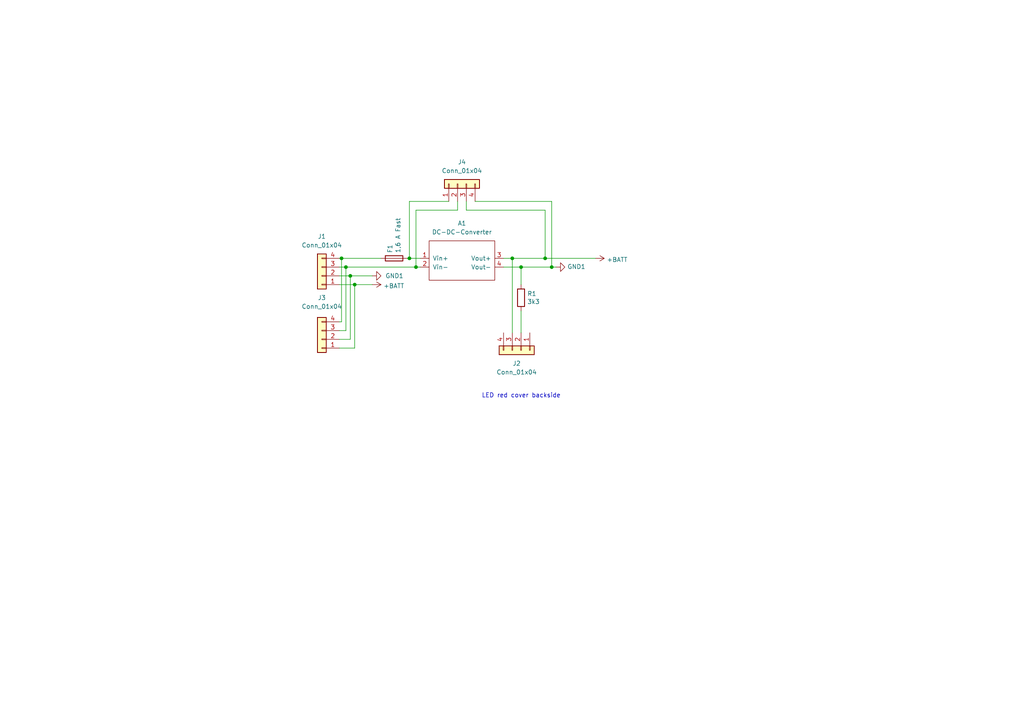
<source format=kicad_sch>
(kicad_sch (version 20211123) (generator eeschema)
  (paper "A4")
  (lib_symbols
    (symbol "Connector_Generic:Conn_01x04" (pin_names (offset 1.016) hide)
      (property "Reference" "J" (at 0 5.08 0))
      (property "Value" "Conn_01x04" (at 0 -7.62 0))
      (symbol "Conn_01x04_1_1"
        (rectangle (start -1.27 -4.953) (end 0 -5.207) (stroke (width 0.1524)))
        (rectangle (start -1.27 -2.413) (end 0 -2.667) (stroke (width 0.1524)))
        (rectangle (start -1.27 0.127) (end 0 -0.127) (stroke (width 0.1524)))
        (rectangle (start -1.27 2.667) (end 0 2.413) (stroke (width 0.1524)))
        (rectangle (start -1.27 3.81) (end 1.27 -6.35) (stroke (width 0.254)) (fill (type background)))
        (pin passive line (at -5.08 2.54 0) (length 3.81) (name "Pin_1") (number "1"))
        (pin passive line (at -5.08 0 0) (length 3.81) (name "Pin_2") (number "2"))
        (pin passive line (at -5.08 -2.54 0) (length 3.81) (name "Pin_3") (number "3"))
        (pin passive line (at -5.08 -5.08 0) (length 3.81) (name "Pin_4") (number "4"))
      )
    )
    (symbol "Device:Fuse" (pin_numbers hide) (pin_names (offset 0))
      (property "Reference" "F" (at 2.032 0 90))
      (property "Value" "Fuse" (at -1.905 0 90))
      (symbol "Fuse_0_1"
        (rectangle (start -0.762 -2.54) (end 0.762 2.54) (stroke (width 0.254)))
        (polyline (pts (xy 0 2.54) (xy 0 -2.54)))
      )
      (symbol "Fuse_1_1"
        (pin passive line (at 0 3.81 270) (length 1.27) (name "~") (number "1"))
        (pin passive line (at 0 -3.81 90) (length 1.27) (name "~") (number "2"))
      )
    )
    (symbol "Device:R" (pin_numbers hide) (pin_names (offset 0))
      (property "Reference" "R" (at 2.032 0 90))
      (property "Value" "R" (at 0 0 90))
      (symbol "R_0_1"
        (rectangle (start -1.016 -2.54) (end 1.016 2.54) (stroke (width 0.254)))
      )
      (symbol "R_1_1"
        (pin passive line (at 0 3.81 270) (length 1.27) (name "~") (number "1"))
        (pin passive line (at 0 -3.81 90) (length 1.27) (name "~") (number "2"))
      )
    )
    (symbol "ene9ba_library:Conn_01x04" (pin_names (offset 1.016) hide)
      (property "Reference" "J" (at 0 5.08 0))
      (property "Value" "Conn_01x04" (at 0 -7.62 0))
      (symbol "Conn_01x04_1_1"
        (rectangle (start -1.27 -4.953) (end 0 -5.207) (stroke (width 0.1524)))
        (rectangle (start -1.27 -2.413) (end 0 -2.667) (stroke (width 0.1524)))
        (rectangle (start -1.27 0.127) (end 0 -0.127) (stroke (width 0.1524)))
        (rectangle (start -1.27 2.667) (end 0 2.413) (stroke (width 0.1524)))
        (rectangle (start -1.27 3.81) (end 1.27 -6.35) (stroke (width 0.254)) (fill (type background)))
        (pin passive line (at -5.08 2.54 0) (length 3.81) (name "Pin_1") (number "1"))
        (pin passive line (at -5.08 0 0) (length 3.81) (name "Pin_2") (number "2"))
        (pin passive line (at -5.08 -2.54 0) (length 3.81) (name "Pin_3") (number "3"))
        (pin passive line (at -5.08 -5.08 0) (length 3.81) (name "Pin_4") (number "4"))
      )
    )
    (symbol "ene9ba_library:DC-DC-Wandler" (pin_names (offset 1.016))
      (property "Reference" "A" (at 1.27 2.54 0))
      (property "Value" "DC-DC-Wandler" (at 10.16 10.16 0))
      (symbol "DC-DC-Wandler_0_1"
        (rectangle (start 0 12.7) (end 19.05 1.27))
      )
      (symbol "DC-DC-Wandler_1_1"
        (pin power_in line (at -2.54 7.62 0) (length 2.54) (name "Vin+") (number "1"))
        (pin power_in line (at -2.54 5.08 0) (length 2.54) (name "Vin-") (number "2"))
        (pin power_out line (at 21.59 7.62 180) (length 2.54) (name "Vout+") (number "3"))
        (pin power_out line (at 21.59 5.08 180) (length 2.54) (name "Vout-") (number "4"))
      )
    )
    (symbol "power:+BATT" (power) (pin_names (offset 0))
      (property "Value" "+BATT" (at 0 3.556 0))
      (symbol "+BATT_0_1"
        (polyline (pts (xy -0.762 1.27) (xy 0 2.54)))
        (polyline (pts (xy 0 0) (xy 0 2.54)))
        (polyline (pts (xy 0 2.54) (xy 0.762 1.27)))
      )
      (symbol "+BATT_1_1"
        (pin power_in line (at 0 0 90) (length 0) hide (name "+BATT") (number "1"))
      )
    )
    (symbol "power:GND1" (power) (pin_names (offset 0))
      (property "Value" "GND1" (at 0 -3.81 0))
      (symbol "GND1_0_1"
        (polyline (pts (xy 0 0) (xy 0 -1.27) (xy 1.27 -1.27) (xy 0 -2.54) (xy -1.27 -1.27) (xy 0 -1.27)))
      )
      (symbol "GND1_1_1"
        (pin power_in line (at 0 0 270) (length 0) hide (name "GND1") (number "1"))
      )
    )
  )
  (junction (at 100.33 77.47))
  (junction (at 151.13 77.47))
  (junction (at 99.06 74.93))
  (junction (at 102.87 82.55))
  (junction (at 120.65 77.47))
  (junction (at 118.745 74.93))
  (junction (at 160.02 77.47))
  (junction (at 158.115 74.93))
  (junction (at 148.59 74.93))
  (junction (at 101.6 80.01))
  (wire (pts (xy 135.255 60.96) (xy 158.115 60.96)))
  (wire (pts (xy 130.175 58.42) (xy 118.745 58.42)))
  (wire (pts (xy 132.715 60.96) (xy 120.65 60.96)))
  (wire (pts (xy 160.02 58.42) (xy 160.02 77.47)))
  (wire (pts (xy 151.13 77.47) (xy 151.13 82.55)))
  (wire (pts (xy 118.11 74.93) (xy 118.745 74.93)))
  (wire (pts (xy 98.425 98.425) (xy 101.6 98.425)))
  (wire (pts (xy 148.59 74.93) (xy 158.115 74.93)))
  (wire (pts (xy 100.33 95.885) (xy 100.33 77.47)))
  (wire (pts (xy 98.425 100.965) (xy 102.87 100.965)))
  (wire (pts (xy 146.05 74.93) (xy 148.59 74.93)))
  (wire (pts (xy 98.425 95.885) (xy 100.33 95.885)))
  (wire (pts (xy 99.06 93.345) (xy 99.06 74.93)))
  (wire (pts (xy 120.65 77.47) (xy 121.92 77.47)))
  (wire (pts (xy 98.425 82.55) (xy 102.87 82.55)))
  (wire (pts (xy 100.33 77.47) (xy 120.65 77.47)))
  (wire (pts (xy 98.425 74.93) (xy 99.06 74.93)))
  (wire (pts (xy 132.715 58.42) (xy 132.715 60.96)))
  (wire (pts (xy 148.59 74.93) (xy 148.59 96.52)))
  (wire (pts (xy 99.06 74.93) (xy 110.49 74.93)))
  (wire (pts (xy 158.115 60.96) (xy 158.115 74.93)))
  (wire (pts (xy 135.255 58.42) (xy 135.255 60.96)))
  (wire (pts (xy 120.65 60.96) (xy 120.65 77.47)))
  (wire (pts (xy 98.425 80.01) (xy 101.6 80.01)))
  (wire (pts (xy 101.6 80.01) (xy 107.95 80.01)))
  (wire (pts (xy 102.87 82.55) (xy 107.95 82.55)))
  (wire (pts (xy 151.13 77.47) (xy 160.02 77.47)))
  (wire (pts (xy 158.115 74.93) (xy 172.72 74.93)))
  (wire (pts (xy 137.795 58.42) (xy 160.02 58.42)))
  (wire (pts (xy 101.6 98.425) (xy 101.6 80.01)))
  (wire (pts (xy 102.87 100.965) (xy 102.87 82.55)))
  (wire (pts (xy 151.13 90.17) (xy 151.13 96.52)))
  (wire (pts (xy 146.05 77.47) (xy 151.13 77.47)))
  (wire (pts (xy 118.745 74.93) (xy 121.92 74.93)))
  (wire (pts (xy 160.02 77.47) (xy 161.29 77.47)))
  (wire (pts (xy 98.425 93.345) (xy 99.06 93.345)))
  (wire (pts (xy 118.745 58.42) (xy 118.745 74.93)))
  (wire (pts (xy 98.425 77.47) (xy 100.33 77.47)))
  (text "LED red cover backside" (at 139.7 115.57 0) (effects (font (size 1.27 1.27)) (justify left bottom)))
  (symbol (lib_id "Device:Fuse") (at 114.3 74.93 90) (unit 1)
    (property "Reference" "F1" (at 113.1316 73.406 0) (effects (justify left)))
    (property "Value" "1,6 A Fast" (at 115.443 73.406 0) (effects (justify left)))
    (property "Footprint" "ene9ba_footprint:Fuseholder5x20_horiz_open_inline_Type-I" (effects hide))
  )
  (symbol (lib_id "Device:R") (at 151.13 86.36 0) (unit 1)
    (property "Reference" "R1" (at 152.908 85.1916 0) (effects (justify left)))
    (property "Value" "3k3" (at 152.908 87.503 0) (effects (justify left)))
    (property "Footprint" "Resistor_THT:R_Axial_DIN0414_L11.9mm_D4.5mm_P15.24mm_Horizontal" (effects hide))
  )
  (symbol (lib_id "power:GND1") (at 107.95 80.01 90) (unit 1)
    (property "Reference" "#PWR0102" (effects hide))
    (property "Value" "GND1" (at 111.76 80.01 90) (effects (justify right)))
  )
  (symbol (lib_id "power:+BATT") (at 107.95 82.55 270) (unit 1)
    (property "Reference" "#PWR0101" (effects hide))
    (property "Value" "+BATT" (at 111.2012 82.931 90) (effects (justify left)))
  )
  (symbol (lib_id "power:GND1") (at 161.29 77.47 90) (unit 1)
    (property "Reference" "#PWR0103" (effects hide))
    (property "Value" "GND1" (at 164.5412 77.343 90) (effects (justify right)))
  )
  (symbol (lib_id "power:+BATT") (at 172.72 74.93 270) (unit 1)
    (property "Reference" "#PWR0104" (effects hide))
    (property "Value" "+BATT" (at 175.9712 75.311 90) (effects (justify left)))
  )
  (symbol (lib_id "ene9ba_library:Conn_01x04") (at 93.345 98.425 180) (unit 1)
    (property "Reference" "J3" (at 93.345 86.36 0))
    (property "Value" "Conn_01x04" (at 93.345 88.9 0))
    (property "Footprint" "Connector_Phoenix_MC:PhoenixContact_MCV_1,5_4-G-3.81_1x04_P3.81mm_Vertical" (effects hide))
  )
  (symbol (lib_id "Connector_Generic:Conn_01x04") (at 132.715 53.34 90) (unit 1)
    (property "Reference" "J4" (at 133.985 46.99 90))
    (property "Value" "Conn_01x04" (at 133.985 49.53 90))
    (property "Footprint" "Connector_PinHeader_2.54mm:PinHeader_1x07_P2.54mm_Vertical" (effects hide))
  )
  (symbol (lib_id "ene9ba_library:Conn_01x04") (at 93.345 80.01 180) (unit 1)
    (property "Reference" "J1" (at 93.345 68.58 0))
    (property "Value" "Conn_01x04" (at 93.345 71.12 0))
    (property "Footprint" "Connector_Phoenix_MSTB:PhoenixContact_MSTBVA_2,5_4-G-5,08_1x04_P5.08mm_Vertical" (effects hide))
  )
  (symbol (lib_id "ene9ba_library:DC-DC-Wandler") (at 124.46 82.55 0) (unit 1)
    (property "Reference" "A1" (at 133.985 64.77 0))
    (property "Value" "DC-DC-Converter" (at 133.985 67.31 0))
    (property "Footprint" "ene9ba_footprint:DC-DC-XL4016" (effects hide))
    (property "Datasheet" "/home/ene9ba/project/Git/OpenMowerPrivate/PowerDeviceCarrier/mower_PowerDeviceCarrier_V2/XL4016_Step_Down_Buck_DC_DC_Converter.pdf" (effects hide))
  )
  (symbol (lib_id "Connector_Generic:Conn_01x04") (at 151.13 101.6 270) (unit 1)
    (property "Reference" "J2" (at 149.86 105.41 90))
    (property "Value" "Conn_01x04" (at 149.86 107.95 90))
    (property "Footprint" "ene9ba_footprint:PinHeader_1x04_P2.54mm_Horizontal" (effects hide))
  )
)
</source>
